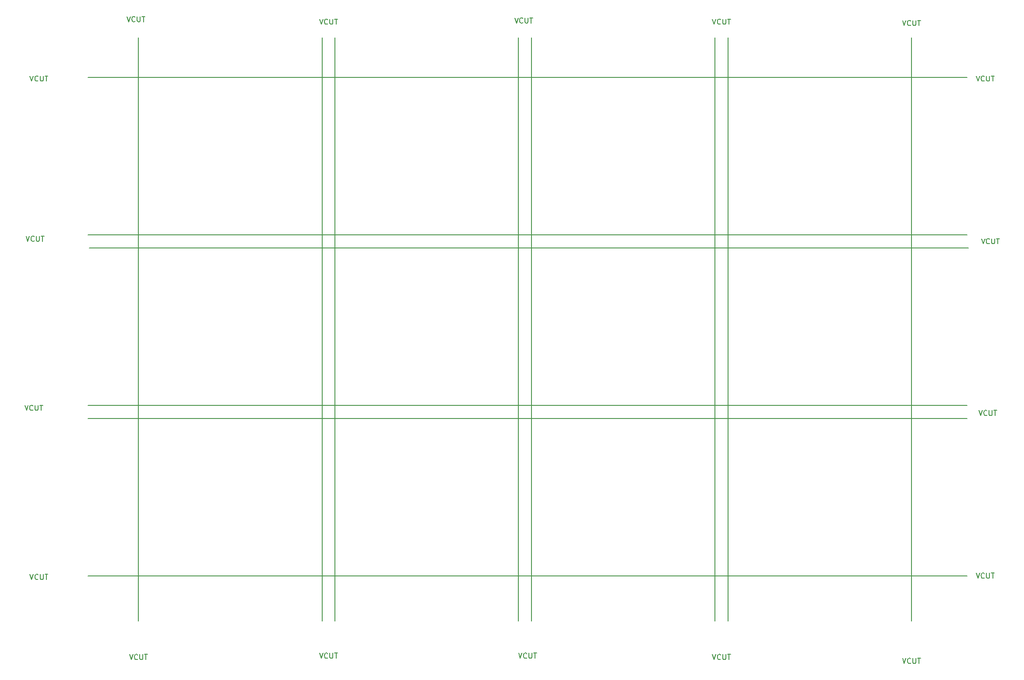
<source format=gbr>
G04 #@! TF.GenerationSoftware,KiCad,Pcbnew,5.1.5-52549c5~84~ubuntu19.04.1*
G04 #@! TF.CreationDate,2020-02-26T14:32:14-06:00*
G04 #@! TF.ProjectId,LeashPCB,4c656173-6850-4434-922e-6b696361645f,rev?*
G04 #@! TF.SameCoordinates,Original*
G04 #@! TF.FileFunction,Other,ECO1*
%FSLAX46Y46*%
G04 Gerber Fmt 4.6, Leading zero omitted, Abs format (unit mm)*
G04 Created by KiCad (PCBNEW 5.1.5-52549c5~84~ubuntu19.04.1) date 2020-02-26 14:32:14*
%MOMM*%
%LPD*%
G04 APERTURE LIST*
%ADD10C,0.150000*%
G04 APERTURE END LIST*
D10*
X292641904Y-146802380D02*
X292975238Y-147802380D01*
X293308571Y-146802380D01*
X294213333Y-147707142D02*
X294165714Y-147754761D01*
X294022857Y-147802380D01*
X293927619Y-147802380D01*
X293784761Y-147754761D01*
X293689523Y-147659523D01*
X293641904Y-147564285D01*
X293594285Y-147373809D01*
X293594285Y-147230952D01*
X293641904Y-147040476D01*
X293689523Y-146945238D01*
X293784761Y-146850000D01*
X293927619Y-146802380D01*
X294022857Y-146802380D01*
X294165714Y-146850000D01*
X294213333Y-146897619D01*
X294641904Y-146802380D02*
X294641904Y-147611904D01*
X294689523Y-147707142D01*
X294737142Y-147754761D01*
X294832380Y-147802380D01*
X295022857Y-147802380D01*
X295118095Y-147754761D01*
X295165714Y-147707142D01*
X295213333Y-147611904D01*
X295213333Y-146802380D01*
X295546666Y-146802380D02*
X296118095Y-146802380D01*
X295832380Y-147802380D02*
X295832380Y-146802380D01*
X293141904Y-115302380D02*
X293475238Y-116302380D01*
X293808571Y-115302380D01*
X294713333Y-116207142D02*
X294665714Y-116254761D01*
X294522857Y-116302380D01*
X294427619Y-116302380D01*
X294284761Y-116254761D01*
X294189523Y-116159523D01*
X294141904Y-116064285D01*
X294094285Y-115873809D01*
X294094285Y-115730952D01*
X294141904Y-115540476D01*
X294189523Y-115445238D01*
X294284761Y-115350000D01*
X294427619Y-115302380D01*
X294522857Y-115302380D01*
X294665714Y-115350000D01*
X294713333Y-115397619D01*
X295141904Y-115302380D02*
X295141904Y-116111904D01*
X295189523Y-116207142D01*
X295237142Y-116254761D01*
X295332380Y-116302380D01*
X295522857Y-116302380D01*
X295618095Y-116254761D01*
X295665714Y-116207142D01*
X295713333Y-116111904D01*
X295713333Y-115302380D01*
X296046666Y-115302380D02*
X296618095Y-115302380D01*
X296332380Y-116302380D02*
X296332380Y-115302380D01*
X293641904Y-82052380D02*
X293975238Y-83052380D01*
X294308571Y-82052380D01*
X295213333Y-82957142D02*
X295165714Y-83004761D01*
X295022857Y-83052380D01*
X294927619Y-83052380D01*
X294784761Y-83004761D01*
X294689523Y-82909523D01*
X294641904Y-82814285D01*
X294594285Y-82623809D01*
X294594285Y-82480952D01*
X294641904Y-82290476D01*
X294689523Y-82195238D01*
X294784761Y-82100000D01*
X294927619Y-82052380D01*
X295022857Y-82052380D01*
X295165714Y-82100000D01*
X295213333Y-82147619D01*
X295641904Y-82052380D02*
X295641904Y-82861904D01*
X295689523Y-82957142D01*
X295737142Y-83004761D01*
X295832380Y-83052380D01*
X296022857Y-83052380D01*
X296118095Y-83004761D01*
X296165714Y-82957142D01*
X296213333Y-82861904D01*
X296213333Y-82052380D01*
X296546666Y-82052380D02*
X297118095Y-82052380D01*
X296832380Y-83052380D02*
X296832380Y-82052380D01*
X204130000Y-156100000D02*
X204130000Y-43100000D01*
X206630000Y-43100000D02*
X206630000Y-156100000D01*
X242130000Y-156100000D02*
X242130000Y-43100000D01*
X244630000Y-43100000D02*
X244630000Y-156100000D01*
X280130000Y-43100000D02*
X280130000Y-156100000D01*
X290880000Y-81350000D02*
X120880000Y-81350000D01*
X121130000Y-83850000D02*
X291130000Y-83850000D01*
X290880000Y-114350000D02*
X120880000Y-114350000D01*
X120880000Y-116850000D02*
X290880000Y-116850000D01*
X290880000Y-147350000D02*
X120880000Y-147350000D01*
X109641904Y-50552380D02*
X109975238Y-51552380D01*
X110308571Y-50552380D01*
X111213333Y-51457142D02*
X111165714Y-51504761D01*
X111022857Y-51552380D01*
X110927619Y-51552380D01*
X110784761Y-51504761D01*
X110689523Y-51409523D01*
X110641904Y-51314285D01*
X110594285Y-51123809D01*
X110594285Y-50980952D01*
X110641904Y-50790476D01*
X110689523Y-50695238D01*
X110784761Y-50600000D01*
X110927619Y-50552380D01*
X111022857Y-50552380D01*
X111165714Y-50600000D01*
X111213333Y-50647619D01*
X111641904Y-50552380D02*
X111641904Y-51361904D01*
X111689523Y-51457142D01*
X111737142Y-51504761D01*
X111832380Y-51552380D01*
X112022857Y-51552380D01*
X112118095Y-51504761D01*
X112165714Y-51457142D01*
X112213333Y-51361904D01*
X112213333Y-50552380D01*
X112546666Y-50552380D02*
X113118095Y-50552380D01*
X112832380Y-51552380D02*
X112832380Y-50552380D01*
X108891904Y-81552380D02*
X109225238Y-82552380D01*
X109558571Y-81552380D01*
X110463333Y-82457142D02*
X110415714Y-82504761D01*
X110272857Y-82552380D01*
X110177619Y-82552380D01*
X110034761Y-82504761D01*
X109939523Y-82409523D01*
X109891904Y-82314285D01*
X109844285Y-82123809D01*
X109844285Y-81980952D01*
X109891904Y-81790476D01*
X109939523Y-81695238D01*
X110034761Y-81600000D01*
X110177619Y-81552380D01*
X110272857Y-81552380D01*
X110415714Y-81600000D01*
X110463333Y-81647619D01*
X110891904Y-81552380D02*
X110891904Y-82361904D01*
X110939523Y-82457142D01*
X110987142Y-82504761D01*
X111082380Y-82552380D01*
X111272857Y-82552380D01*
X111368095Y-82504761D01*
X111415714Y-82457142D01*
X111463333Y-82361904D01*
X111463333Y-81552380D01*
X111796666Y-81552380D02*
X112368095Y-81552380D01*
X112082380Y-82552380D02*
X112082380Y-81552380D01*
X108641904Y-114302380D02*
X108975238Y-115302380D01*
X109308571Y-114302380D01*
X110213333Y-115207142D02*
X110165714Y-115254761D01*
X110022857Y-115302380D01*
X109927619Y-115302380D01*
X109784761Y-115254761D01*
X109689523Y-115159523D01*
X109641904Y-115064285D01*
X109594285Y-114873809D01*
X109594285Y-114730952D01*
X109641904Y-114540476D01*
X109689523Y-114445238D01*
X109784761Y-114350000D01*
X109927619Y-114302380D01*
X110022857Y-114302380D01*
X110165714Y-114350000D01*
X110213333Y-114397619D01*
X110641904Y-114302380D02*
X110641904Y-115111904D01*
X110689523Y-115207142D01*
X110737142Y-115254761D01*
X110832380Y-115302380D01*
X111022857Y-115302380D01*
X111118095Y-115254761D01*
X111165714Y-115207142D01*
X111213333Y-115111904D01*
X111213333Y-114302380D01*
X111546666Y-114302380D02*
X112118095Y-114302380D01*
X111832380Y-115302380D02*
X111832380Y-114302380D01*
X109641904Y-147052380D02*
X109975238Y-148052380D01*
X110308571Y-147052380D01*
X111213333Y-147957142D02*
X111165714Y-148004761D01*
X111022857Y-148052380D01*
X110927619Y-148052380D01*
X110784761Y-148004761D01*
X110689523Y-147909523D01*
X110641904Y-147814285D01*
X110594285Y-147623809D01*
X110594285Y-147480952D01*
X110641904Y-147290476D01*
X110689523Y-147195238D01*
X110784761Y-147100000D01*
X110927619Y-147052380D01*
X111022857Y-147052380D01*
X111165714Y-147100000D01*
X111213333Y-147147619D01*
X111641904Y-147052380D02*
X111641904Y-147861904D01*
X111689523Y-147957142D01*
X111737142Y-148004761D01*
X111832380Y-148052380D01*
X112022857Y-148052380D01*
X112118095Y-148004761D01*
X112165714Y-147957142D01*
X112213333Y-147861904D01*
X112213333Y-147052380D01*
X112546666Y-147052380D02*
X113118095Y-147052380D01*
X112832380Y-148052380D02*
X112832380Y-147052380D01*
X128891904Y-162552380D02*
X129225238Y-163552380D01*
X129558571Y-162552380D01*
X130463333Y-163457142D02*
X130415714Y-163504761D01*
X130272857Y-163552380D01*
X130177619Y-163552380D01*
X130034761Y-163504761D01*
X129939523Y-163409523D01*
X129891904Y-163314285D01*
X129844285Y-163123809D01*
X129844285Y-162980952D01*
X129891904Y-162790476D01*
X129939523Y-162695238D01*
X130034761Y-162600000D01*
X130177619Y-162552380D01*
X130272857Y-162552380D01*
X130415714Y-162600000D01*
X130463333Y-162647619D01*
X130891904Y-162552380D02*
X130891904Y-163361904D01*
X130939523Y-163457142D01*
X130987142Y-163504761D01*
X131082380Y-163552380D01*
X131272857Y-163552380D01*
X131368095Y-163504761D01*
X131415714Y-163457142D01*
X131463333Y-163361904D01*
X131463333Y-162552380D01*
X131796666Y-162552380D02*
X132368095Y-162552380D01*
X132082380Y-163552380D02*
X132082380Y-162552380D01*
X165641904Y-162302380D02*
X165975238Y-163302380D01*
X166308571Y-162302380D01*
X167213333Y-163207142D02*
X167165714Y-163254761D01*
X167022857Y-163302380D01*
X166927619Y-163302380D01*
X166784761Y-163254761D01*
X166689523Y-163159523D01*
X166641904Y-163064285D01*
X166594285Y-162873809D01*
X166594285Y-162730952D01*
X166641904Y-162540476D01*
X166689523Y-162445238D01*
X166784761Y-162350000D01*
X166927619Y-162302380D01*
X167022857Y-162302380D01*
X167165714Y-162350000D01*
X167213333Y-162397619D01*
X167641904Y-162302380D02*
X167641904Y-163111904D01*
X167689523Y-163207142D01*
X167737142Y-163254761D01*
X167832380Y-163302380D01*
X168022857Y-163302380D01*
X168118095Y-163254761D01*
X168165714Y-163207142D01*
X168213333Y-163111904D01*
X168213333Y-162302380D01*
X168546666Y-162302380D02*
X169118095Y-162302380D01*
X168832380Y-163302380D02*
X168832380Y-162302380D01*
X204141904Y-162302380D02*
X204475238Y-163302380D01*
X204808571Y-162302380D01*
X205713333Y-163207142D02*
X205665714Y-163254761D01*
X205522857Y-163302380D01*
X205427619Y-163302380D01*
X205284761Y-163254761D01*
X205189523Y-163159523D01*
X205141904Y-163064285D01*
X205094285Y-162873809D01*
X205094285Y-162730952D01*
X205141904Y-162540476D01*
X205189523Y-162445238D01*
X205284761Y-162350000D01*
X205427619Y-162302380D01*
X205522857Y-162302380D01*
X205665714Y-162350000D01*
X205713333Y-162397619D01*
X206141904Y-162302380D02*
X206141904Y-163111904D01*
X206189523Y-163207142D01*
X206237142Y-163254761D01*
X206332380Y-163302380D01*
X206522857Y-163302380D01*
X206618095Y-163254761D01*
X206665714Y-163207142D01*
X206713333Y-163111904D01*
X206713333Y-162302380D01*
X207046666Y-162302380D02*
X207618095Y-162302380D01*
X207332380Y-163302380D02*
X207332380Y-162302380D01*
X241641904Y-162552380D02*
X241975238Y-163552380D01*
X242308571Y-162552380D01*
X243213333Y-163457142D02*
X243165714Y-163504761D01*
X243022857Y-163552380D01*
X242927619Y-163552380D01*
X242784761Y-163504761D01*
X242689523Y-163409523D01*
X242641904Y-163314285D01*
X242594285Y-163123809D01*
X242594285Y-162980952D01*
X242641904Y-162790476D01*
X242689523Y-162695238D01*
X242784761Y-162600000D01*
X242927619Y-162552380D01*
X243022857Y-162552380D01*
X243165714Y-162600000D01*
X243213333Y-162647619D01*
X243641904Y-162552380D02*
X243641904Y-163361904D01*
X243689523Y-163457142D01*
X243737142Y-163504761D01*
X243832380Y-163552380D01*
X244022857Y-163552380D01*
X244118095Y-163504761D01*
X244165714Y-163457142D01*
X244213333Y-163361904D01*
X244213333Y-162552380D01*
X244546666Y-162552380D02*
X245118095Y-162552380D01*
X244832380Y-163552380D02*
X244832380Y-162552380D01*
X278391904Y-163302380D02*
X278725238Y-164302380D01*
X279058571Y-163302380D01*
X279963333Y-164207142D02*
X279915714Y-164254761D01*
X279772857Y-164302380D01*
X279677619Y-164302380D01*
X279534761Y-164254761D01*
X279439523Y-164159523D01*
X279391904Y-164064285D01*
X279344285Y-163873809D01*
X279344285Y-163730952D01*
X279391904Y-163540476D01*
X279439523Y-163445238D01*
X279534761Y-163350000D01*
X279677619Y-163302380D01*
X279772857Y-163302380D01*
X279915714Y-163350000D01*
X279963333Y-163397619D01*
X280391904Y-163302380D02*
X280391904Y-164111904D01*
X280439523Y-164207142D01*
X280487142Y-164254761D01*
X280582380Y-164302380D01*
X280772857Y-164302380D01*
X280868095Y-164254761D01*
X280915714Y-164207142D01*
X280963333Y-164111904D01*
X280963333Y-163302380D01*
X281296666Y-163302380D02*
X281868095Y-163302380D01*
X281582380Y-164302380D02*
X281582380Y-163302380D01*
X292641904Y-50552380D02*
X292975238Y-51552380D01*
X293308571Y-50552380D01*
X294213333Y-51457142D02*
X294165714Y-51504761D01*
X294022857Y-51552380D01*
X293927619Y-51552380D01*
X293784761Y-51504761D01*
X293689523Y-51409523D01*
X293641904Y-51314285D01*
X293594285Y-51123809D01*
X293594285Y-50980952D01*
X293641904Y-50790476D01*
X293689523Y-50695238D01*
X293784761Y-50600000D01*
X293927619Y-50552380D01*
X294022857Y-50552380D01*
X294165714Y-50600000D01*
X294213333Y-50647619D01*
X294641904Y-50552380D02*
X294641904Y-51361904D01*
X294689523Y-51457142D01*
X294737142Y-51504761D01*
X294832380Y-51552380D01*
X295022857Y-51552380D01*
X295118095Y-51504761D01*
X295165714Y-51457142D01*
X295213333Y-51361904D01*
X295213333Y-50552380D01*
X295546666Y-50552380D02*
X296118095Y-50552380D01*
X295832380Y-51552380D02*
X295832380Y-50552380D01*
X278391904Y-39802380D02*
X278725238Y-40802380D01*
X279058571Y-39802380D01*
X279963333Y-40707142D02*
X279915714Y-40754761D01*
X279772857Y-40802380D01*
X279677619Y-40802380D01*
X279534761Y-40754761D01*
X279439523Y-40659523D01*
X279391904Y-40564285D01*
X279344285Y-40373809D01*
X279344285Y-40230952D01*
X279391904Y-40040476D01*
X279439523Y-39945238D01*
X279534761Y-39850000D01*
X279677619Y-39802380D01*
X279772857Y-39802380D01*
X279915714Y-39850000D01*
X279963333Y-39897619D01*
X280391904Y-39802380D02*
X280391904Y-40611904D01*
X280439523Y-40707142D01*
X280487142Y-40754761D01*
X280582380Y-40802380D01*
X280772857Y-40802380D01*
X280868095Y-40754761D01*
X280915714Y-40707142D01*
X280963333Y-40611904D01*
X280963333Y-39802380D01*
X281296666Y-39802380D02*
X281868095Y-39802380D01*
X281582380Y-40802380D02*
X281582380Y-39802380D01*
X241641904Y-39552380D02*
X241975238Y-40552380D01*
X242308571Y-39552380D01*
X243213333Y-40457142D02*
X243165714Y-40504761D01*
X243022857Y-40552380D01*
X242927619Y-40552380D01*
X242784761Y-40504761D01*
X242689523Y-40409523D01*
X242641904Y-40314285D01*
X242594285Y-40123809D01*
X242594285Y-39980952D01*
X242641904Y-39790476D01*
X242689523Y-39695238D01*
X242784761Y-39600000D01*
X242927619Y-39552380D01*
X243022857Y-39552380D01*
X243165714Y-39600000D01*
X243213333Y-39647619D01*
X243641904Y-39552380D02*
X243641904Y-40361904D01*
X243689523Y-40457142D01*
X243737142Y-40504761D01*
X243832380Y-40552380D01*
X244022857Y-40552380D01*
X244118095Y-40504761D01*
X244165714Y-40457142D01*
X244213333Y-40361904D01*
X244213333Y-39552380D01*
X244546666Y-39552380D02*
X245118095Y-39552380D01*
X244832380Y-40552380D02*
X244832380Y-39552380D01*
X203391904Y-39302380D02*
X203725238Y-40302380D01*
X204058571Y-39302380D01*
X204963333Y-40207142D02*
X204915714Y-40254761D01*
X204772857Y-40302380D01*
X204677619Y-40302380D01*
X204534761Y-40254761D01*
X204439523Y-40159523D01*
X204391904Y-40064285D01*
X204344285Y-39873809D01*
X204344285Y-39730952D01*
X204391904Y-39540476D01*
X204439523Y-39445238D01*
X204534761Y-39350000D01*
X204677619Y-39302380D01*
X204772857Y-39302380D01*
X204915714Y-39350000D01*
X204963333Y-39397619D01*
X205391904Y-39302380D02*
X205391904Y-40111904D01*
X205439523Y-40207142D01*
X205487142Y-40254761D01*
X205582380Y-40302380D01*
X205772857Y-40302380D01*
X205868095Y-40254761D01*
X205915714Y-40207142D01*
X205963333Y-40111904D01*
X205963333Y-39302380D01*
X206296666Y-39302380D02*
X206868095Y-39302380D01*
X206582380Y-40302380D02*
X206582380Y-39302380D01*
X203391904Y-39302380D02*
X203725238Y-40302380D01*
X204058571Y-39302380D01*
X204963333Y-40207142D02*
X204915714Y-40254761D01*
X204772857Y-40302380D01*
X204677619Y-40302380D01*
X204534761Y-40254761D01*
X204439523Y-40159523D01*
X204391904Y-40064285D01*
X204344285Y-39873809D01*
X204344285Y-39730952D01*
X204391904Y-39540476D01*
X204439523Y-39445238D01*
X204534761Y-39350000D01*
X204677619Y-39302380D01*
X204772857Y-39302380D01*
X204915714Y-39350000D01*
X204963333Y-39397619D01*
X205391904Y-39302380D02*
X205391904Y-40111904D01*
X205439523Y-40207142D01*
X205487142Y-40254761D01*
X205582380Y-40302380D01*
X205772857Y-40302380D01*
X205868095Y-40254761D01*
X205915714Y-40207142D01*
X205963333Y-40111904D01*
X205963333Y-39302380D01*
X206296666Y-39302380D02*
X206868095Y-39302380D01*
X206582380Y-40302380D02*
X206582380Y-39302380D01*
X165641904Y-39552380D02*
X165975238Y-40552380D01*
X166308571Y-39552380D01*
X167213333Y-40457142D02*
X167165714Y-40504761D01*
X167022857Y-40552380D01*
X166927619Y-40552380D01*
X166784761Y-40504761D01*
X166689523Y-40409523D01*
X166641904Y-40314285D01*
X166594285Y-40123809D01*
X166594285Y-39980952D01*
X166641904Y-39790476D01*
X166689523Y-39695238D01*
X166784761Y-39600000D01*
X166927619Y-39552380D01*
X167022857Y-39552380D01*
X167165714Y-39600000D01*
X167213333Y-39647619D01*
X167641904Y-39552380D02*
X167641904Y-40361904D01*
X167689523Y-40457142D01*
X167737142Y-40504761D01*
X167832380Y-40552380D01*
X168022857Y-40552380D01*
X168118095Y-40504761D01*
X168165714Y-40457142D01*
X168213333Y-40361904D01*
X168213333Y-39552380D01*
X168546666Y-39552380D02*
X169118095Y-39552380D01*
X168832380Y-40552380D02*
X168832380Y-39552380D01*
X165641904Y-39552380D02*
X165975238Y-40552380D01*
X166308571Y-39552380D01*
X167213333Y-40457142D02*
X167165714Y-40504761D01*
X167022857Y-40552380D01*
X166927619Y-40552380D01*
X166784761Y-40504761D01*
X166689523Y-40409523D01*
X166641904Y-40314285D01*
X166594285Y-40123809D01*
X166594285Y-39980952D01*
X166641904Y-39790476D01*
X166689523Y-39695238D01*
X166784761Y-39600000D01*
X166927619Y-39552380D01*
X167022857Y-39552380D01*
X167165714Y-39600000D01*
X167213333Y-39647619D01*
X167641904Y-39552380D02*
X167641904Y-40361904D01*
X167689523Y-40457142D01*
X167737142Y-40504761D01*
X167832380Y-40552380D01*
X168022857Y-40552380D01*
X168118095Y-40504761D01*
X168165714Y-40457142D01*
X168213333Y-40361904D01*
X168213333Y-39552380D01*
X168546666Y-39552380D02*
X169118095Y-39552380D01*
X168832380Y-40552380D02*
X168832380Y-39552380D01*
X120880000Y-50850000D02*
X290880000Y-50850000D01*
X130630000Y-43100000D02*
X130630000Y-156100000D01*
X166130000Y-156100000D02*
X166130000Y-43100000D01*
X168630000Y-43100000D02*
X168630000Y-156100000D01*
X128391904Y-39052380D02*
X128725238Y-40052380D01*
X129058571Y-39052380D01*
X129963333Y-39957142D02*
X129915714Y-40004761D01*
X129772857Y-40052380D01*
X129677619Y-40052380D01*
X129534761Y-40004761D01*
X129439523Y-39909523D01*
X129391904Y-39814285D01*
X129344285Y-39623809D01*
X129344285Y-39480952D01*
X129391904Y-39290476D01*
X129439523Y-39195238D01*
X129534761Y-39100000D01*
X129677619Y-39052380D01*
X129772857Y-39052380D01*
X129915714Y-39100000D01*
X129963333Y-39147619D01*
X130391904Y-39052380D02*
X130391904Y-39861904D01*
X130439523Y-39957142D01*
X130487142Y-40004761D01*
X130582380Y-40052380D01*
X130772857Y-40052380D01*
X130868095Y-40004761D01*
X130915714Y-39957142D01*
X130963333Y-39861904D01*
X130963333Y-39052380D01*
X131296666Y-39052380D02*
X131868095Y-39052380D01*
X131582380Y-40052380D02*
X131582380Y-39052380D01*
M02*

</source>
